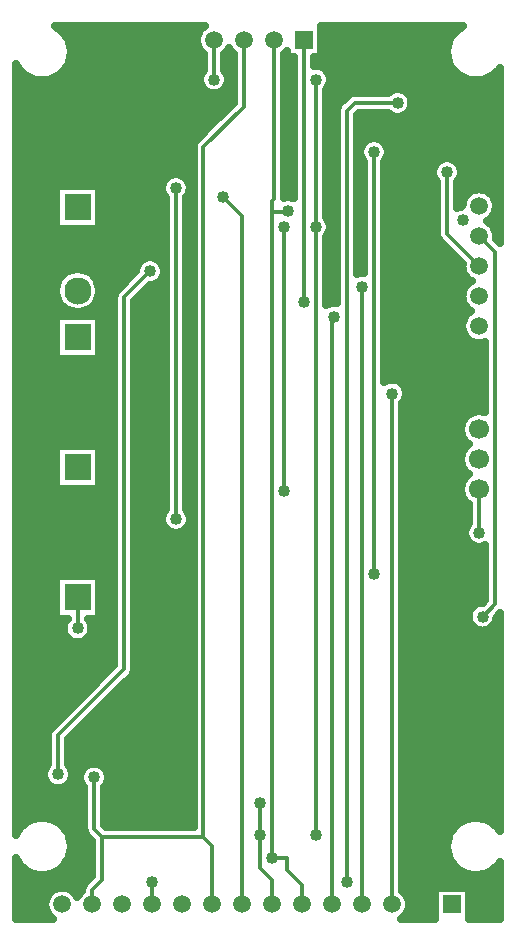
<source format=gbl>
G04 DipTrace 3.3.0.0*
G04 ESP32externalssr.gbl*
%MOIN*%
G04 #@! TF.FileFunction,Copper,L2,Bot*
G04 #@! TF.Part,Single*
G04 #@! TA.AperFunction,Conductor*
%ADD13C,0.012992*%
G04 #@! TA.AperFunction,CopperBalancing*
%ADD14C,0.025*%
G04 #@! TA.AperFunction,ComponentPad*
%ADD22R,0.090551X0.090551*%
%ADD23C,0.090551*%
%ADD24R,0.059055X0.059055*%
%ADD25C,0.059055*%
%ADD26R,0.066929X0.066929*%
%ADD27C,0.066929*%
%ADD38C,0.059055*%
G04 #@! TA.AperFunction,ViaPad*
%ADD39C,0.04*%
%FSLAX26Y26*%
G04*
G70*
G90*
G75*
G01*
G04 Bottom*
%LPD*%
X1968819Y2700276D2*
D13*
X2021776Y2647319D1*
Y1473961D1*
X1980315Y1432500D1*
X1618547Y2981516D2*
Y1573917D1*
X853071Y3131516D2*
Y2952280D1*
X777319D1*
X777315Y2952283D1*
X630236D1*
X1968819Y2900276D2*
X1915866Y2953228D1*
X1731937D1*
Y3008524D1*
X1705953Y3034508D1*
X1618547D1*
X630236Y2952283D2*
Y2887126D1*
X656220Y2861142D1*
X708622D1*
Y2309882D1*
X682638Y2283898D1*
X630236Y2231496D1*
Y2086142D1*
X2008307Y1248965D2*
X1889882Y1367390D1*
Y2077579D1*
X1968819Y2156516D1*
X1324453Y3168988D2*
Y3261469D1*
X1779055Y472756D2*
Y817720D1*
X630236Y2086142D2*
X539484Y1995390D1*
Y1743823D1*
X630236Y1653071D1*
X682638Y2283898D2*
X706606D1*
X746094Y2244409D1*
X1968819Y2156516D2*
X1705953Y2419382D1*
Y2927244D1*
X1731937Y2953228D1*
X1483508Y2431516D2*
X1479055Y2427063D1*
Y472756D1*
X1579055D2*
Y2531516D1*
X1384961Y3353858D2*
Y2481516D1*
X1679055Y472756D2*
Y2175988D1*
X1279055Y472756D2*
Y554728D1*
X1238976Y594807D1*
Y703154D1*
X1424453D2*
Y2731516D1*
X1084961Y3353858D2*
Y3221980D1*
X1238976Y703154D2*
Y810913D1*
X1424453Y2731516D2*
Y3221980D1*
X1184961Y3353858D2*
Y3132382D1*
X1049929Y2997350D1*
Y697843D1*
X1079055Y668717D1*
Y472756D1*
X1049929Y697843D2*
X711539D1*
Y554259D1*
X679055Y521774D1*
Y472756D1*
X711539Y697843D2*
X685555Y723827D1*
Y896386D1*
X1528075Y547760D2*
Y3119035D1*
X1554059Y3145020D1*
X1697524D1*
X879055Y472756D2*
Y547760D1*
X1379055Y472756D2*
Y536268D1*
X1328075Y587248D1*
Y626736D1*
X1278465D1*
Y2781516D1*
Y2817756D1*
X1284961Y2824252D1*
Y3353858D1*
X1331457Y2784508D2*
X1328465Y2781516D1*
X1278465D1*
X871807Y2583976D2*
X785587Y2497756D1*
Y1257208D1*
X565473Y1037094D1*
Y906681D1*
X1115402Y2831516D2*
X1179055Y2767862D1*
Y472756D1*
X957847Y1757007D2*
Y2860307D1*
X1968819Y1711543D2*
Y1856516D1*
X1317953Y1850709D2*
Y2731516D1*
X630236Y1497165D2*
Y1392913D1*
X1862150Y2913740D2*
Y2706945D1*
X1968819Y2600276D1*
D39*
X1980315Y1432500D3*
X1618547Y1573917D3*
Y2981516D3*
Y3034508D3*
X746094Y2244409D3*
X1324453Y3261469D3*
Y3168988D3*
X1779055Y817720D3*
X2008307Y1248965D3*
X853071Y3131516D3*
X1483508Y2431516D3*
X1579055Y2531516D3*
X1384961Y2481516D3*
X1679055Y2175988D3*
X1238976Y810913D3*
X1424453Y3221980D3*
X1084961D3*
X1238976Y703154D3*
X1424453D3*
Y2731516D3*
X685555Y896386D3*
X1697524Y3145020D3*
X1528075Y547760D3*
X879055D3*
X1278465Y626736D3*
X1331457Y2784508D3*
X871807Y2583976D3*
X1115402Y2831516D3*
X1968819Y1711543D3*
X1317953Y2731516D3*
Y1850709D3*
X630236Y1392913D3*
X1862150Y2913740D3*
X1915142Y2753283D3*
X565473Y906681D3*
X957847Y2860307D3*
Y1757007D3*
X587935Y3375396D2*
D14*
X1030734D1*
X1443486D2*
X1881979D1*
X602863Y3350528D2*
X1026536D1*
X1443486D2*
X1867051D1*
X609287Y3325659D2*
X1034071D1*
X1443486D2*
X1860628D1*
X608928Y3300790D2*
X1049466D1*
X1120457D2*
X1149475D1*
X1443486D2*
X1860987D1*
X601787Y3275921D2*
X1049466D1*
X1120457D2*
X1149475D1*
X1320439D2*
X1349458D1*
X1420449D2*
X1868128D1*
X585747Y3251052D2*
X1046164D1*
X1123758D2*
X1149475D1*
X1320439D2*
X1349458D1*
X1463223D2*
X1884168D1*
X427766Y3226184D2*
X473776D1*
X550472D2*
X1036153D1*
X1133770D2*
X1149475D1*
X1320439D2*
X1349458D1*
X1473270D2*
X1919442D1*
X1996139D2*
X2035276D1*
X427766Y3201315D2*
X1040818D1*
X1129105D2*
X1149475D1*
X1320439D2*
X1349458D1*
X1468605D2*
X2035276D1*
X427766Y3176446D2*
X1073078D1*
X1096845D2*
X1149475D1*
X1320439D2*
X1349458D1*
X1459957D2*
X1541546D1*
X1734292D2*
X2035276D1*
X427766Y3151577D2*
X1149475D1*
X1320439D2*
X1349458D1*
X1459957D2*
X1511475D1*
X1746062D2*
X2035276D1*
X427766Y3126709D2*
X1130133D1*
X1320439D2*
X1349458D1*
X1459957D2*
X1493497D1*
X1742760D2*
X2035276D1*
X427766Y3101840D2*
X1105266D1*
X1320439D2*
X1349458D1*
X1459957D2*
X1492600D1*
X1563555D2*
X1677798D1*
X1717247D2*
X2035276D1*
X427766Y3076971D2*
X1080398D1*
X1320439D2*
X1349458D1*
X1459957D2*
X1492600D1*
X1563555D2*
X2035276D1*
X427766Y3052102D2*
X1055530D1*
X1320439D2*
X1349458D1*
X1459957D2*
X1492600D1*
X1563555D2*
X2035276D1*
X427766Y3027234D2*
X1030662D1*
X1320439D2*
X1349458D1*
X1459957D2*
X1492600D1*
X1563555D2*
X1607608D1*
X1629510D2*
X2035276D1*
X427766Y3002365D2*
X1014838D1*
X1320439D2*
X1349458D1*
X1459957D2*
X1492600D1*
X1662595D2*
X2035276D1*
X427766Y2977496D2*
X1014443D1*
X1320439D2*
X1349458D1*
X1459957D2*
X1492600D1*
X1667368D2*
X2035276D1*
X427766Y2952627D2*
X1014443D1*
X1320439D2*
X1349458D1*
X1459957D2*
X1492600D1*
X1563555D2*
X1579619D1*
X1657464D2*
X1834181D1*
X1890137D2*
X2035276D1*
X427766Y2927759D2*
X1014443D1*
X1320439D2*
X1349458D1*
X1459957D2*
X1492600D1*
X1563555D2*
X1583064D1*
X1654019D2*
X1815306D1*
X1908976D2*
X2035276D1*
X427766Y2902890D2*
X936682D1*
X979001D2*
X1014443D1*
X1320439D2*
X1349458D1*
X1459957D2*
X1492600D1*
X1563555D2*
X1583064D1*
X1654019D2*
X1814445D1*
X1909873D2*
X2035276D1*
X427766Y2878021D2*
X912352D1*
X1320439D2*
X1349458D1*
X1459957D2*
X1492600D1*
X1563555D2*
X1583064D1*
X1654019D2*
X1826645D1*
X1897637D2*
X2035276D1*
X427766Y2853152D2*
X555986D1*
X704487D2*
X909410D1*
X1320439D2*
X1349458D1*
X1459957D2*
X1492600D1*
X1563555D2*
X1583064D1*
X1654019D2*
X1826645D1*
X1897637D2*
X1947826D1*
X1989823D2*
X2035276D1*
X427766Y2828283D2*
X555986D1*
X704487D2*
X921646D1*
X994037D2*
X1014443D1*
X1459957D2*
X1492600D1*
X1563555D2*
X1583064D1*
X1654019D2*
X1826645D1*
X1897637D2*
X1917791D1*
X2019822D2*
X2035276D1*
X427766Y2803415D2*
X555986D1*
X704487D2*
X922364D1*
X993319D2*
X1014443D1*
X1459957D2*
X1492600D1*
X1563555D2*
X1583064D1*
X1654019D2*
X1826645D1*
X1897637D2*
X1910419D1*
X427766Y2778546D2*
X555986D1*
X704487D2*
X922364D1*
X993319D2*
X1014443D1*
X1459957D2*
X1492600D1*
X1563555D2*
X1583064D1*
X1654019D2*
X1826645D1*
X427766Y2753677D2*
X555986D1*
X704487D2*
X922364D1*
X993319D2*
X1014443D1*
X1467816D2*
X1492600D1*
X1563555D2*
X1583064D1*
X1654019D2*
X1826645D1*
X2002418D2*
X2035276D1*
X427766Y2728808D2*
X555986D1*
X704487D2*
X922364D1*
X993319D2*
X1014443D1*
X1473378D2*
X1492600D1*
X1563555D2*
X1583064D1*
X1654019D2*
X1826645D1*
X2019535D2*
X2035276D1*
X427766Y2703940D2*
X922364D1*
X993319D2*
X1014443D1*
X1464371D2*
X1492600D1*
X1563555D2*
X1583064D1*
X1654019D2*
X1826789D1*
X427766Y2679071D2*
X922364D1*
X993319D2*
X1014443D1*
X1459957D2*
X1492600D1*
X1563555D2*
X1583064D1*
X1654019D2*
X1840856D1*
X427766Y2654202D2*
X922364D1*
X993319D2*
X1014443D1*
X1459957D2*
X1492600D1*
X1563555D2*
X1583064D1*
X1654019D2*
X1865723D1*
X427766Y2629333D2*
X859100D1*
X884518D2*
X922364D1*
X993319D2*
X1014443D1*
X1459957D2*
X1492600D1*
X1563555D2*
X1583064D1*
X1654019D2*
X1890591D1*
X427766Y2604465D2*
X827558D1*
X993319D2*
X1014443D1*
X1459957D2*
X1492600D1*
X1563555D2*
X1583064D1*
X1654019D2*
X1910471D1*
X427766Y2579596D2*
X588964D1*
X671510D2*
X818264D1*
X993319D2*
X1014443D1*
X1459957D2*
X1492600D1*
X1563555D2*
X1583064D1*
X1654019D2*
X1914239D1*
X427766Y2554727D2*
X565388D1*
X695086D2*
X793396D1*
X993319D2*
X1014443D1*
X1459957D2*
X1492600D1*
X1654019D2*
X1933724D1*
X427766Y2529858D2*
X556776D1*
X703698D2*
X768528D1*
X866827D2*
X922364D1*
X993319D2*
X1014443D1*
X1459957D2*
X1492600D1*
X1654019D2*
X1918760D1*
X427766Y2504990D2*
X557386D1*
X703088D2*
X750909D1*
X841960D2*
X922364D1*
X993319D2*
X1014443D1*
X1459957D2*
X1492600D1*
X1654019D2*
X1910507D1*
X427766Y2480121D2*
X567541D1*
X692933D2*
X750084D1*
X821075D2*
X922364D1*
X993319D2*
X1014443D1*
X1459957D2*
X1492600D1*
X1654019D2*
X1914059D1*
X427766Y2455252D2*
X595172D1*
X665302D2*
X750084D1*
X821075D2*
X922364D1*
X993319D2*
X1014443D1*
X1654019D2*
X1932970D1*
X427766Y2430383D2*
X555986D1*
X704487D2*
X750084D1*
X821075D2*
X922364D1*
X993319D2*
X1014443D1*
X1654019D2*
X1919083D1*
X427766Y2405514D2*
X555986D1*
X704487D2*
X750084D1*
X821075D2*
X922364D1*
X993319D2*
X1014443D1*
X1654019D2*
X1910543D1*
X427766Y2380646D2*
X555986D1*
X704487D2*
X750084D1*
X821075D2*
X922364D1*
X993319D2*
X1014443D1*
X1654019D2*
X1913844D1*
X427766Y2355777D2*
X555986D1*
X704487D2*
X750084D1*
X821075D2*
X922364D1*
X993319D2*
X1014443D1*
X1654019D2*
X1932289D1*
X427766Y2330908D2*
X555986D1*
X704487D2*
X750084D1*
X821075D2*
X922364D1*
X993319D2*
X1014443D1*
X1654019D2*
X1986294D1*
X427766Y2306039D2*
X555986D1*
X704487D2*
X750084D1*
X821075D2*
X922364D1*
X993319D2*
X1014443D1*
X1654019D2*
X1986294D1*
X427766Y2281171D2*
X750084D1*
X821075D2*
X922364D1*
X993319D2*
X1014443D1*
X1654019D2*
X1986294D1*
X427766Y2256302D2*
X750084D1*
X821075D2*
X922364D1*
X993319D2*
X1014443D1*
X1654019D2*
X1986294D1*
X427766Y2231433D2*
X750084D1*
X821075D2*
X922364D1*
X993319D2*
X1014443D1*
X1654019D2*
X1986294D1*
X427766Y2206564D2*
X750084D1*
X821075D2*
X922364D1*
X993319D2*
X1014443D1*
X1716565D2*
X1986294D1*
X427766Y2181696D2*
X750084D1*
X821075D2*
X922364D1*
X993319D2*
X1014443D1*
X1727689D2*
X1986294D1*
X427766Y2156827D2*
X750084D1*
X821075D2*
X922364D1*
X993319D2*
X1014443D1*
X1723921D2*
X1986294D1*
X427766Y2131958D2*
X750084D1*
X821075D2*
X922364D1*
X993319D2*
X1014443D1*
X1714555D2*
X1986294D1*
X427766Y2107089D2*
X750084D1*
X821075D2*
X922364D1*
X993319D2*
X1014443D1*
X1714555D2*
X1934119D1*
X427766Y2082220D2*
X750084D1*
X821075D2*
X922364D1*
X993319D2*
X1014443D1*
X1714555D2*
X1912158D1*
X427766Y2057352D2*
X750084D1*
X821075D2*
X922364D1*
X993319D2*
X1014443D1*
X1714555D2*
X1906380D1*
X427766Y2032483D2*
X750084D1*
X821075D2*
X922364D1*
X993319D2*
X1014443D1*
X1714555D2*
X1911404D1*
X427766Y2007614D2*
X750084D1*
X821075D2*
X922364D1*
X993319D2*
X1014443D1*
X1714555D2*
X1931643D1*
X427766Y1982745D2*
X555986D1*
X704487D2*
X750084D1*
X821075D2*
X922364D1*
X993319D2*
X1014443D1*
X1714555D2*
X1912409D1*
X427766Y1957877D2*
X555986D1*
X704487D2*
X750084D1*
X821075D2*
X922364D1*
X993319D2*
X1014443D1*
X1714555D2*
X1906380D1*
X427766Y1933008D2*
X555986D1*
X704487D2*
X750084D1*
X821075D2*
X922364D1*
X993319D2*
X1014443D1*
X1714555D2*
X1911153D1*
X427766Y1908139D2*
X555986D1*
X704487D2*
X750084D1*
X821075D2*
X922364D1*
X993319D2*
X1014443D1*
X1714555D2*
X1930889D1*
X427766Y1883270D2*
X555986D1*
X704487D2*
X750084D1*
X821075D2*
X922364D1*
X993319D2*
X1014443D1*
X1714555D2*
X1912660D1*
X427766Y1858402D2*
X750084D1*
X821075D2*
X922364D1*
X993319D2*
X1014443D1*
X1714555D2*
X1906380D1*
X427766Y1833533D2*
X750084D1*
X821075D2*
X922364D1*
X993319D2*
X1014443D1*
X1714555D2*
X1910937D1*
X427766Y1808664D2*
X750084D1*
X821075D2*
X922364D1*
X993319D2*
X1014443D1*
X1714555D2*
X1930207D1*
X427766Y1783795D2*
X750084D1*
X821075D2*
X917340D1*
X998343D2*
X1014443D1*
X1714555D2*
X1933329D1*
X427766Y1758927D2*
X750084D1*
X821075D2*
X908907D1*
X1714555D2*
X1933329D1*
X427766Y1734058D2*
X750084D1*
X821075D2*
X914900D1*
X1000783D2*
X1014443D1*
X1714555D2*
X1925650D1*
X427766Y1709189D2*
X750084D1*
X821075D2*
X1014443D1*
X1714555D2*
X1919873D1*
X427766Y1684320D2*
X750084D1*
X821075D2*
X1014443D1*
X1714555D2*
X1928628D1*
X427766Y1659451D2*
X750084D1*
X821075D2*
X1014443D1*
X1714555D2*
X1986294D1*
X427766Y1634583D2*
X750084D1*
X821075D2*
X1014443D1*
X1714555D2*
X1986294D1*
X427766Y1609714D2*
X750084D1*
X821075D2*
X1014443D1*
X1714555D2*
X1986294D1*
X427766Y1584845D2*
X750084D1*
X821075D2*
X1014443D1*
X1714555D2*
X1986294D1*
X427766Y1559976D2*
X555986D1*
X704487D2*
X750084D1*
X821075D2*
X1014443D1*
X1714555D2*
X1986294D1*
X427766Y1535108D2*
X555986D1*
X704487D2*
X750084D1*
X821075D2*
X1014443D1*
X1714555D2*
X1986294D1*
X427766Y1510239D2*
X555986D1*
X704487D2*
X750084D1*
X821075D2*
X1014443D1*
X1714555D2*
X1986294D1*
X427766Y1485370D2*
X555986D1*
X704487D2*
X750084D1*
X821075D2*
X1014443D1*
X1714555D2*
X1984034D1*
X427766Y1460501D2*
X555986D1*
X704487D2*
X750084D1*
X821075D2*
X1014443D1*
X1714555D2*
X1940685D1*
X427766Y1435633D2*
X555986D1*
X704487D2*
X750084D1*
X821075D2*
X1014443D1*
X1714555D2*
X1931427D1*
X427766Y1410764D2*
X584801D1*
X675672D2*
X750084D1*
X821075D2*
X1014443D1*
X1714555D2*
X1936702D1*
X427766Y1385895D2*
X581787D1*
X678687D2*
X750084D1*
X821075D2*
X1014443D1*
X1714555D2*
X2035276D1*
X427766Y1361026D2*
X593916D1*
X666558D2*
X750084D1*
X821075D2*
X1014443D1*
X1714555D2*
X2035276D1*
X427766Y1336157D2*
X750084D1*
X821075D2*
X1014443D1*
X1714555D2*
X2035276D1*
X427766Y1311289D2*
X750084D1*
X821075D2*
X1014443D1*
X1714555D2*
X2035276D1*
X427766Y1286420D2*
X750084D1*
X821075D2*
X1014443D1*
X1714555D2*
X2035276D1*
X427766Y1261551D2*
X740790D1*
X821075D2*
X1014443D1*
X1714555D2*
X2035276D1*
X427766Y1236682D2*
X715922D1*
X813898D2*
X1014443D1*
X1714555D2*
X2035276D1*
X427766Y1211814D2*
X691055D1*
X789353D2*
X1014443D1*
X1714555D2*
X2035276D1*
X427766Y1186945D2*
X666187D1*
X764486D2*
X1014443D1*
X1714555D2*
X2035276D1*
X427766Y1162076D2*
X641319D1*
X739618D2*
X1014443D1*
X1714555D2*
X2035276D1*
X427766Y1137207D2*
X616451D1*
X714750D2*
X1014443D1*
X1714555D2*
X2035276D1*
X427766Y1112339D2*
X591548D1*
X689882D2*
X1014443D1*
X1714555D2*
X2035276D1*
X427766Y1087470D2*
X566680D1*
X665015D2*
X1014443D1*
X1714555D2*
X2035276D1*
X427766Y1062601D2*
X541812D1*
X640147D2*
X1014443D1*
X1714555D2*
X2035276D1*
X427766Y1037732D2*
X530006D1*
X615279D2*
X1014443D1*
X1714555D2*
X2035276D1*
X427766Y1012864D2*
X529970D1*
X600961D2*
X1014443D1*
X1714555D2*
X2035276D1*
X427766Y987995D2*
X529970D1*
X600961D2*
X1014443D1*
X1714555D2*
X2035276D1*
X427766Y963126D2*
X529970D1*
X600961D2*
X1014443D1*
X1714555D2*
X2035276D1*
X427766Y938257D2*
X528858D1*
X602110D2*
X662850D1*
X708255D2*
X1014443D1*
X1714555D2*
X2035276D1*
X427766Y913388D2*
X516980D1*
X613987D2*
X639776D1*
X731329D2*
X1014443D1*
X1714555D2*
X2035276D1*
X427766Y888520D2*
X520174D1*
X610758D2*
X637228D1*
X733876D2*
X1014443D1*
X1714555D2*
X2035276D1*
X427766Y863651D2*
X545365D1*
X585567D2*
X650039D1*
X721066D2*
X1014443D1*
X1714555D2*
X2035276D1*
X427766Y838782D2*
X650075D1*
X721030D2*
X1014443D1*
X1714555D2*
X2035276D1*
X427766Y813913D2*
X650075D1*
X721030D2*
X1014443D1*
X1714555D2*
X2035276D1*
X427766Y789045D2*
X650075D1*
X721030D2*
X1014443D1*
X1714555D2*
X2035276D1*
X427766Y764176D2*
X650075D1*
X721030D2*
X1014443D1*
X1714555D2*
X2035276D1*
X427766Y739307D2*
X448190D1*
X576094D2*
X650075D1*
X721030D2*
X1014443D1*
X1714555D2*
X1893857D1*
X2021760D2*
X2035276D1*
X596978Y714438D2*
X651438D1*
X1714555D2*
X1872936D1*
X607098Y689570D2*
X670672D1*
X1714555D2*
X1862817D1*
X609932Y664701D2*
X676055D1*
X1714555D2*
X1860018D1*
X606129Y639832D2*
X676055D1*
X1714555D2*
X1863786D1*
X594825Y614963D2*
X676055D1*
X1714555D2*
X1875089D1*
X427766Y590094D2*
X452604D1*
X571644D2*
X676055D1*
X1714555D2*
X1898270D1*
X2017310D2*
X2035276D1*
X427766Y565226D2*
X673364D1*
X1714555D2*
X2035276D1*
X427766Y540357D2*
X649285D1*
X1714555D2*
X2035276D1*
X427766Y515488D2*
X540341D1*
X617791D2*
X640314D1*
X1717785D2*
X1820545D1*
X1937576D2*
X2035276D1*
X427766Y490619D2*
X523475D1*
X1734651D2*
X1820545D1*
X1937576D2*
X2035276D1*
X427766Y465751D2*
X520963D1*
X1737127D2*
X1820545D1*
X1937576D2*
X2035276D1*
X427766Y440882D2*
X530473D1*
X1727617D2*
X1820545D1*
X1937576D2*
X2035276D1*
X567655Y2868146D2*
X702004D1*
Y2724610D1*
X558469D1*
Y2868146D1*
X567655D1*
Y2435075D2*
X702004D1*
Y2291539D1*
X558469D1*
Y2435075D1*
X567655D1*
X701783Y2513582D2*
X700021Y2502459D1*
X696541Y2491748D1*
X691428Y2481714D1*
X684809Y2472603D1*
X676846Y2464640D1*
X667735Y2458021D1*
X657701Y2452908D1*
X646990Y2449428D1*
X635867Y2447666D1*
X624605D1*
X613482Y2449428D1*
X602772Y2452908D1*
X592738Y2458021D1*
X583627Y2464640D1*
X575664Y2472603D1*
X569044Y2481714D1*
X563931Y2491748D1*
X560451Y2502459D1*
X558690Y2513582D1*
Y2524843D1*
X560451Y2535966D1*
X563931Y2546677D1*
X569044Y2556711D1*
X575664Y2565822D1*
X583627Y2573785D1*
X592738Y2580405D1*
X602772Y2585517D1*
X613482Y2588997D1*
X624605Y2590759D1*
X635867D1*
X646990Y2588997D1*
X657701Y2585517D1*
X667735Y2580405D1*
X676846Y2573785D1*
X684809Y2565822D1*
X691428Y2556711D1*
X696541Y2546677D1*
X700021Y2535966D1*
X701783Y2524843D1*
Y2513582D1*
X567655Y2002004D2*
X702004D1*
Y1858468D1*
X558469D1*
Y2002004D1*
X567655D1*
X2024666Y2795880D2*
X2023291Y2787198D1*
X2020574Y2778838D1*
X2016584Y2771005D1*
X2011417Y2763894D1*
X2005201Y2757678D1*
X1998089Y2752511D1*
X1994251Y2750189D1*
X2001746Y2745596D1*
X2008431Y2739887D1*
X2014140Y2733203D1*
X2018733Y2725708D1*
X2022097Y2717587D1*
X2024149Y2709039D1*
X2024839Y2700276D1*
X2024159Y2691597D1*
X2037742Y2678005D1*
X2037766Y3262651D1*
X2030268Y3252590D1*
X2025188Y3247095D1*
X2019693Y3242015D1*
X2013816Y3237382D1*
X2007594Y3233224D1*
X2001064Y3229568D1*
X1994268Y3226435D1*
X1987247Y3223845D1*
X1980045Y3221813D1*
X1972705Y3220353D1*
X1965273Y3219474D1*
X1957795Y3219180D1*
X1950317Y3219474D1*
X1942886Y3220353D1*
X1935546Y3221813D1*
X1928343Y3223845D1*
X1921322Y3226435D1*
X1914526Y3229568D1*
X1907997Y3233224D1*
X1901774Y3237382D1*
X1895897Y3242015D1*
X1890402Y3247095D1*
X1885322Y3252590D1*
X1880689Y3258467D1*
X1876532Y3264690D1*
X1872875Y3271219D1*
X1869742Y3278015D1*
X1867152Y3285036D1*
X1865120Y3292239D1*
X1863660Y3299579D1*
X1862781Y3307010D1*
X1862487Y3314488D1*
X1862781Y3321966D1*
X1863660Y3329398D1*
X1865120Y3336737D1*
X1867152Y3343940D1*
X1869742Y3350961D1*
X1872875Y3357757D1*
X1876532Y3364287D1*
X1880689Y3370509D1*
X1885322Y3376386D1*
X1890402Y3381881D1*
X1895897Y3386961D1*
X1901774Y3391594D1*
X1907997Y3395752D1*
X1916358Y3400253D1*
X1440989Y3400265D1*
X1440980Y3297838D1*
X1417979D1*
X1417949Y3267987D1*
X1424453Y3268472D1*
X1431726Y3267900D1*
X1438820Y3266197D1*
X1445560Y3263405D1*
X1451780Y3259593D1*
X1457328Y3254855D1*
X1462066Y3249308D1*
X1465878Y3243087D1*
X1468669Y3236347D1*
X1470372Y3229253D1*
X1470945Y3221980D1*
X1470372Y3214707D1*
X1468669Y3207613D1*
X1465878Y3200873D1*
X1462066Y3194653D1*
X1457434Y3189221D1*
X1457441Y2764278D1*
X1462066Y2758843D1*
X1465878Y2752623D1*
X1468669Y2745883D1*
X1470372Y2738789D1*
X1470945Y2731516D1*
X1470372Y2724243D1*
X1468669Y2717149D1*
X1465878Y2710409D1*
X1462066Y2704188D1*
X1457434Y2698756D1*
X1457441Y2470028D1*
X1462401Y2472941D1*
X1469141Y2475732D1*
X1476235Y2477435D1*
X1483508Y2478008D1*
X1490781Y2477435D1*
X1495089Y2476518D1*
X1495188Y3121624D1*
X1495998Y3126736D1*
X1497598Y3131660D1*
X1499948Y3136272D1*
X1502990Y3140460D1*
X1530733Y3168346D1*
X1534669Y3171708D1*
X1539083Y3174412D1*
X1543865Y3176393D1*
X1548899Y3177602D1*
X1554059Y3178008D1*
X1664762D1*
X1670196Y3182633D1*
X1676417Y3186444D1*
X1683157Y3189236D1*
X1690251Y3190939D1*
X1697524Y3191512D1*
X1704797Y3190939D1*
X1711890Y3189236D1*
X1718631Y3186444D1*
X1724851Y3182633D1*
X1730399Y3177895D1*
X1735137Y3172347D1*
X1738948Y3166127D1*
X1741740Y3159387D1*
X1743443Y3152293D1*
X1744016Y3145020D1*
X1743443Y3137747D1*
X1741740Y3130653D1*
X1738948Y3123913D1*
X1735137Y3117692D1*
X1730399Y3112145D1*
X1724851Y3107407D1*
X1718631Y3103595D1*
X1711890Y3100803D1*
X1704797Y3099100D1*
X1697524Y3098528D1*
X1690251Y3099100D1*
X1683157Y3100803D1*
X1676417Y3103595D1*
X1670196Y3107407D1*
X1664764Y3112038D1*
X1567731Y3112031D1*
X1561070Y3105378D1*
X1561263Y2574469D1*
X1568202Y2576723D1*
X1575407Y2577865D1*
X1582703D1*
X1585549Y2577528D1*
X1585559Y2948748D1*
X1580934Y2954188D1*
X1577122Y2960409D1*
X1574331Y2967149D1*
X1572628Y2974243D1*
X1572055Y2981516D1*
X1572628Y2988789D1*
X1574331Y2995883D1*
X1577122Y3002623D1*
X1580934Y3008843D1*
X1585672Y3014391D1*
X1591220Y3019129D1*
X1597440Y3022941D1*
X1604180Y3025732D1*
X1611274Y3027435D1*
X1618547Y3028008D1*
X1625820Y3027435D1*
X1632914Y3025732D1*
X1639654Y3022941D1*
X1645875Y3019129D1*
X1651422Y3014391D1*
X1656160Y3008843D1*
X1659972Y3002623D1*
X1662764Y2995883D1*
X1664467Y2988789D1*
X1665039Y2981516D1*
X1664467Y2974243D1*
X1662764Y2967149D1*
X1659972Y2960409D1*
X1656160Y2954188D1*
X1651529Y2948756D1*
X1651728Y2213601D1*
X1657948Y2217413D1*
X1664688Y2220205D1*
X1671782Y2221908D1*
X1679055Y2222480D1*
X1686328Y2221908D1*
X1693422Y2220205D1*
X1700162Y2217413D1*
X1706383Y2213601D1*
X1711930Y2208863D1*
X1716668Y2203316D1*
X1720480Y2197095D1*
X1723272Y2190355D1*
X1724975Y2183261D1*
X1725547Y2175988D1*
X1724975Y2168715D1*
X1723272Y2161621D1*
X1720480Y2154881D1*
X1716668Y2148661D1*
X1712036Y2143228D1*
X1712043Y518031D1*
X1718667Y512368D1*
X1724376Y505683D1*
X1728969Y498188D1*
X1732333Y490067D1*
X1734385Y481519D1*
X1735075Y472756D1*
X1734385Y463992D1*
X1732333Y455445D1*
X1728969Y447324D1*
X1724376Y439828D1*
X1718667Y433144D1*
X1711983Y427435D1*
X1708740Y425268D1*
X1823051Y425265D1*
X1823036Y528776D1*
X1935075D1*
Y425250D1*
X2037782Y425265D1*
X2037766Y614614D1*
X2030268Y604559D1*
X2025188Y599063D1*
X2019693Y593984D1*
X2013816Y589351D1*
X2007594Y585193D1*
X2001064Y581536D1*
X1994268Y578403D1*
X1987247Y575813D1*
X1980045Y573782D1*
X1972705Y572322D1*
X1965273Y571442D1*
X1957795Y571148D1*
X1950317Y571442D1*
X1942886Y572322D1*
X1935546Y573782D1*
X1928343Y575813D1*
X1921322Y578403D1*
X1914526Y581536D1*
X1907997Y585193D1*
X1901774Y589351D1*
X1895897Y593984D1*
X1890402Y599063D1*
X1885322Y604559D1*
X1880689Y610436D1*
X1876532Y616658D1*
X1872875Y623188D1*
X1869742Y629984D1*
X1867152Y637005D1*
X1865120Y644207D1*
X1863660Y651547D1*
X1862781Y658979D1*
X1862487Y666457D1*
X1862781Y673935D1*
X1863660Y681366D1*
X1865120Y688706D1*
X1867152Y695909D1*
X1869742Y702930D1*
X1872875Y709726D1*
X1876532Y716255D1*
X1880689Y722478D1*
X1885322Y728355D1*
X1890402Y733850D1*
X1895897Y738930D1*
X1901774Y743563D1*
X1907997Y747720D1*
X1914526Y751377D1*
X1921322Y754510D1*
X1928343Y757100D1*
X1935546Y759132D1*
X1942886Y760592D1*
X1950317Y761471D1*
X1957795Y761765D1*
X1965273Y761471D1*
X1972705Y760592D1*
X1980045Y759132D1*
X1987247Y757100D1*
X1994268Y754510D1*
X2001064Y751377D1*
X2007594Y747720D1*
X2013816Y743563D1*
X2019693Y738930D1*
X2025188Y733850D1*
X2030268Y728355D1*
X2034901Y722478D1*
X2037776Y718175D1*
X2037766Y1443323D1*
X2026807Y1432340D1*
X2026235Y1425227D1*
X2024532Y1418133D1*
X2021740Y1411393D1*
X2017928Y1405173D1*
X2013190Y1399625D1*
X2007642Y1394887D1*
X2001422Y1391075D1*
X1994682Y1388283D1*
X1987588Y1386580D1*
X1980315Y1386008D1*
X1973042Y1386580D1*
X1965948Y1388283D1*
X1959208Y1391075D1*
X1952988Y1394887D1*
X1947440Y1399625D1*
X1942702Y1405173D1*
X1938890Y1411393D1*
X1936098Y1418133D1*
X1934395Y1425227D1*
X1933823Y1432500D1*
X1934395Y1439773D1*
X1936098Y1446867D1*
X1938890Y1453607D1*
X1942702Y1459827D1*
X1947440Y1465375D1*
X1952988Y1470113D1*
X1959208Y1473925D1*
X1965948Y1476717D1*
X1973042Y1478420D1*
X1980158Y1478986D1*
X1988782Y1487620D1*
X1988787Y1669565D1*
X1983186Y1667327D1*
X1976092Y1665624D1*
X1968819Y1665051D1*
X1961546Y1665624D1*
X1954452Y1667327D1*
X1947712Y1670119D1*
X1941492Y1673930D1*
X1935944Y1678668D1*
X1931206Y1684216D1*
X1927394Y1690436D1*
X1924602Y1697176D1*
X1922899Y1704270D1*
X1922327Y1711543D1*
X1922899Y1718816D1*
X1924602Y1725910D1*
X1927394Y1732650D1*
X1931206Y1738871D1*
X1935838Y1744303D1*
X1935831Y1806457D1*
X1929880Y1810924D1*
X1923227Y1817577D1*
X1917697Y1825188D1*
X1913426Y1833571D1*
X1910519Y1842519D1*
X1909047Y1851812D1*
Y1861220D1*
X1910519Y1870512D1*
X1913426Y1879460D1*
X1917697Y1887843D1*
X1923227Y1895455D1*
X1929880Y1902107D1*
X1935764Y1906483D1*
X1929880Y1910924D1*
X1923227Y1917577D1*
X1917697Y1925188D1*
X1913426Y1933571D1*
X1910519Y1942519D1*
X1909047Y1951812D1*
Y1961220D1*
X1910519Y1970512D1*
X1913426Y1979460D1*
X1917697Y1987843D1*
X1923227Y1995455D1*
X1929880Y2002107D1*
X1935764Y2006483D1*
X1929880Y2010924D1*
X1923227Y2017577D1*
X1917697Y2025188D1*
X1913426Y2033571D1*
X1910519Y2042519D1*
X1909047Y2051812D1*
Y2061220D1*
X1910519Y2070512D1*
X1913426Y2079460D1*
X1917697Y2087843D1*
X1923227Y2095455D1*
X1929880Y2102107D1*
X1937492Y2107637D1*
X1945874Y2111909D1*
X1954822Y2114816D1*
X1964115Y2116288D1*
X1973523D1*
X1982816Y2114816D1*
X1988779Y2113010D1*
X1988787Y2347920D1*
X1981896Y2345804D1*
X1973214Y2344429D1*
X1964424D1*
X1955741Y2345804D1*
X1947381Y2348520D1*
X1939549Y2352511D1*
X1932437Y2357678D1*
X1926221Y2363894D1*
X1921054Y2371005D1*
X1917063Y2378838D1*
X1914347Y2387198D1*
X1912972Y2395880D1*
Y2404671D1*
X1914347Y2413353D1*
X1917063Y2421713D1*
X1921054Y2429546D1*
X1926221Y2436657D1*
X1932437Y2442873D1*
X1939549Y2448040D1*
X1943386Y2450362D1*
X1935891Y2454955D1*
X1929207Y2460664D1*
X1923498Y2467348D1*
X1918905Y2474843D1*
X1915541Y2482965D1*
X1913489Y2491512D1*
X1912799Y2500276D1*
X1913489Y2509039D1*
X1915541Y2517587D1*
X1918905Y2525708D1*
X1923498Y2533203D1*
X1929207Y2539887D1*
X1935891Y2545596D1*
X1943558Y2550269D1*
X1935891Y2554955D1*
X1929207Y2560664D1*
X1923498Y2567348D1*
X1918905Y2574843D1*
X1915541Y2582965D1*
X1913489Y2591512D1*
X1912799Y2600276D1*
X1913479Y2608954D1*
X1837065Y2685521D1*
X1834022Y2689709D1*
X1831672Y2694321D1*
X1830073Y2699244D1*
X1829263Y2704357D1*
X1829161Y2771249D1*
Y2880947D1*
X1824537Y2886413D1*
X1820725Y2892633D1*
X1817933Y2899373D1*
X1816230Y2906467D1*
X1815657Y2913740D1*
X1816230Y2921013D1*
X1817933Y2928107D1*
X1820725Y2934847D1*
X1824537Y2941068D1*
X1829275Y2946615D1*
X1834822Y2951353D1*
X1841043Y2955165D1*
X1847783Y2957957D1*
X1854877Y2959660D1*
X1862150Y2960232D1*
X1869423Y2959660D1*
X1876516Y2957957D1*
X1883257Y2955165D1*
X1889477Y2951353D1*
X1895025Y2946615D1*
X1899763Y2941068D1*
X1903574Y2934847D1*
X1906366Y2928107D1*
X1908069Y2921013D1*
X1908642Y2913740D1*
X1908069Y2906467D1*
X1906366Y2899373D1*
X1903574Y2892633D1*
X1899763Y2886413D1*
X1895131Y2880980D1*
X1895138Y2795286D1*
X1900775Y2797500D1*
X1907869Y2799203D1*
X1912791Y2799683D1*
X1913489Y2809039D1*
X1915541Y2817587D1*
X1918905Y2825708D1*
X1923498Y2833203D1*
X1929207Y2839887D1*
X1935891Y2845596D1*
X1943386Y2850189D1*
X1951508Y2853553D1*
X1960055Y2855606D1*
X1968819Y2856295D1*
X1977582Y2855606D1*
X1986130Y2853553D1*
X1994251Y2850189D1*
X2001746Y2845596D1*
X2008431Y2839887D1*
X2014140Y2833203D1*
X2018733Y2825708D1*
X2022097Y2817587D1*
X2024149Y2809039D1*
X2024839Y2800276D1*
X2024666Y2795880D1*
X567655Y1568933D2*
X702004D1*
Y1425398D1*
X663500D1*
X667849Y1420241D1*
X671661Y1414020D1*
X674453Y1407280D1*
X676156Y1400186D1*
X676728Y1392913D1*
X676156Y1385640D1*
X674453Y1378547D1*
X671661Y1371806D1*
X667849Y1365586D1*
X663111Y1360038D1*
X657564Y1355300D1*
X651343Y1351489D1*
X644603Y1348697D1*
X637509Y1346994D1*
X630236Y1346421D1*
X622963Y1346994D1*
X615869Y1348697D1*
X609129Y1351489D1*
X602909Y1355300D1*
X597361Y1360038D1*
X592623Y1365586D1*
X588811Y1371806D1*
X586020Y1378547D1*
X584316Y1385640D1*
X583744Y1392913D1*
X584316Y1400186D1*
X586020Y1407280D1*
X588811Y1414020D1*
X592623Y1420241D1*
X597003Y1425401D1*
X558469Y1425398D1*
Y1568933D1*
X567655D1*
X629062Y498017D2*
X633734Y505683D1*
X639443Y512368D1*
X646060Y518024D1*
X646169Y524363D1*
X646978Y529475D1*
X648578Y534398D1*
X650928Y539011D1*
X653971Y543198D1*
X678540Y567912D1*
X678551Y684195D1*
X660471Y702403D1*
X657428Y706590D1*
X655078Y711203D1*
X653478Y716126D1*
X652669Y721239D1*
X652567Y788131D1*
Y863596D1*
X647942Y869058D1*
X644130Y875279D1*
X641338Y882019D1*
X639635Y889113D1*
X639063Y896386D1*
X639635Y903659D1*
X641338Y910753D1*
X644130Y917493D1*
X647942Y923713D1*
X652680Y929261D1*
X658228Y933999D1*
X664448Y937811D1*
X671188Y940602D1*
X678282Y942306D1*
X685555Y942878D1*
X692828Y942306D1*
X699922Y940602D1*
X706662Y937811D1*
X712883Y933999D1*
X718430Y929261D1*
X723168Y923713D1*
X726980Y917493D1*
X729772Y910753D1*
X731475Y903659D1*
X732047Y896386D1*
X731475Y889113D1*
X729772Y882019D1*
X726980Y875279D1*
X723168Y869058D1*
X718536Y863626D1*
X718543Y737527D1*
X725197Y730838D1*
X1016950Y730831D1*
X1017043Y2999939D1*
X1017852Y3005051D1*
X1019452Y3009974D1*
X1021802Y3014587D1*
X1024845Y3018775D1*
X1072073Y3066147D1*
X1151976Y3146049D1*
X1151972Y3308609D1*
X1145349Y3314246D1*
X1139640Y3320931D1*
X1134968Y3328598D1*
X1130282Y3320931D1*
X1124573Y3314246D1*
X1117956Y3308591D1*
X1117949Y3254710D1*
X1122574Y3249308D1*
X1126385Y3243087D1*
X1129177Y3236347D1*
X1130880Y3229253D1*
X1131453Y3221980D1*
X1130880Y3214707D1*
X1129177Y3207613D1*
X1126385Y3200873D1*
X1122574Y3194653D1*
X1117836Y3189105D1*
X1112288Y3184367D1*
X1106068Y3180556D1*
X1099327Y3177764D1*
X1092234Y3176061D1*
X1084961Y3175488D1*
X1077688Y3176061D1*
X1070594Y3177764D1*
X1063854Y3180556D1*
X1057633Y3184367D1*
X1052086Y3189105D1*
X1047348Y3194653D1*
X1043536Y3200873D1*
X1040744Y3207613D1*
X1039041Y3214707D1*
X1038469Y3221980D1*
X1039041Y3229253D1*
X1040744Y3236347D1*
X1043536Y3243087D1*
X1047348Y3249308D1*
X1051979Y3254740D1*
X1051972Y3308569D1*
X1045349Y3314246D1*
X1039640Y3320931D1*
X1035047Y3328426D1*
X1031683Y3336547D1*
X1029631Y3345095D1*
X1028941Y3353858D1*
X1029631Y3362622D1*
X1031683Y3371169D1*
X1035047Y3379291D1*
X1039640Y3386786D1*
X1045349Y3393470D1*
X1052033Y3399179D1*
X1053647Y3400258D1*
X553645Y3400265D1*
X561924Y3395752D1*
X568147Y3391594D1*
X574024Y3386961D1*
X579519Y3381881D1*
X584599Y3376386D1*
X589232Y3370509D1*
X593390Y3364287D1*
X597046Y3357757D1*
X600179Y3350961D1*
X602770Y3343940D1*
X604801Y3336737D1*
X606261Y3329398D1*
X607141Y3321966D1*
X607434Y3314488D1*
X607141Y3307010D1*
X606261Y3299579D1*
X604801Y3292239D1*
X602770Y3285036D1*
X600179Y3278015D1*
X597046Y3271219D1*
X593390Y3264690D1*
X589232Y3258467D1*
X584599Y3252590D1*
X579519Y3247095D1*
X574024Y3242015D1*
X568147Y3237382D1*
X561924Y3233224D1*
X555395Y3229568D1*
X548599Y3226435D1*
X541578Y3223845D1*
X534375Y3221813D1*
X527036Y3220353D1*
X519604Y3219474D1*
X512126Y3219180D1*
X504648Y3219474D1*
X497216Y3220353D1*
X489877Y3221813D1*
X482674Y3223845D1*
X475653Y3226435D1*
X468857Y3229568D1*
X462327Y3233224D1*
X456105Y3237382D1*
X450228Y3242015D1*
X444733Y3247095D1*
X439653Y3252590D1*
X435020Y3258467D1*
X430862Y3264690D1*
X425260Y3275440D1*
X425266Y705698D1*
X430862Y716255D1*
X435020Y722478D1*
X439653Y728355D1*
X444733Y733850D1*
X450228Y738930D1*
X456105Y743563D1*
X462327Y747720D1*
X468857Y751377D1*
X475653Y754510D1*
X482674Y757100D1*
X489877Y759132D1*
X497216Y760592D1*
X504648Y761471D1*
X512126Y761765D1*
X519604Y761471D1*
X527036Y760592D1*
X534375Y759132D1*
X541578Y757100D1*
X548599Y754510D1*
X555395Y751377D1*
X561924Y747720D1*
X568147Y743563D1*
X574024Y738930D1*
X579519Y733850D1*
X584599Y728355D1*
X589232Y722478D1*
X593390Y716255D1*
X597046Y709726D1*
X600179Y702930D1*
X602770Y695909D1*
X604801Y688706D1*
X606261Y681366D1*
X607141Y673935D1*
X607434Y666457D1*
X607141Y658979D1*
X606261Y651547D1*
X604801Y644207D1*
X602770Y637005D1*
X600179Y629984D1*
X597046Y623188D1*
X593390Y616658D1*
X589232Y610436D1*
X584599Y604559D1*
X579519Y599063D1*
X574024Y593984D1*
X568147Y589351D1*
X561924Y585193D1*
X555395Y581536D1*
X548599Y578403D1*
X541578Y575813D1*
X534375Y573782D1*
X527036Y572322D1*
X519604Y571442D1*
X512126Y571148D1*
X504648Y571442D1*
X497216Y572322D1*
X489877Y573782D1*
X482674Y575813D1*
X475653Y578403D1*
X468857Y581536D1*
X462327Y585193D1*
X456105Y589351D1*
X450228Y593984D1*
X444733Y599063D1*
X439653Y604559D1*
X435020Y610436D1*
X430862Y616658D1*
X425260Y627409D1*
X425266Y425299D1*
X549378Y425265D1*
X542673Y430158D1*
X536457Y436374D1*
X531290Y443486D1*
X527300Y451318D1*
X524583Y459678D1*
X523208Y468361D1*
Y477151D1*
X524583Y485833D1*
X527300Y494194D1*
X531290Y502026D1*
X536457Y509138D1*
X542673Y515354D1*
X549785Y520521D1*
X557617Y524511D1*
X565978Y527228D1*
X574660Y528603D1*
X583450D1*
X592133Y527228D1*
X600493Y524511D1*
X608325Y520521D1*
X615437Y515354D1*
X621653Y509138D1*
X626820Y502026D1*
X629048Y498017D1*
X1351952Y3297838D2*
X1328941D1*
Y3319190D1*
X1324573Y3314246D1*
X1317956Y3308591D1*
X1317949Y2828997D1*
X1324184Y2830428D1*
X1331457Y2831000D1*
X1338730Y2830428D1*
X1345824Y2828725D1*
X1351981Y2826201D1*
X1351972Y3297845D1*
X918156Y2580329D2*
X917015Y2573123D1*
X914760Y2566185D1*
X911448Y2559684D1*
X907160Y2553782D1*
X902001Y2548623D1*
X896099Y2544335D1*
X889599Y2541023D1*
X882660Y2538769D1*
X875455Y2537628D1*
X871964Y2537490D1*
X818580Y2484097D1*
X818473Y1254620D1*
X817664Y1249507D1*
X816064Y1244584D1*
X813714Y1239972D1*
X810671Y1235784D1*
X763443Y1188412D1*
X598436Y1023405D1*
X598461Y939454D1*
X603086Y934009D1*
X606898Y927788D1*
X609689Y921048D1*
X611393Y913954D1*
X611965Y906681D1*
X611393Y899408D1*
X609689Y892315D1*
X606898Y885574D1*
X603086Y879354D1*
X598348Y873807D1*
X592800Y869068D1*
X586580Y865257D1*
X579840Y862465D1*
X572746Y860762D1*
X565473Y860189D1*
X558200Y860762D1*
X551106Y862465D1*
X544366Y865257D1*
X538145Y869068D1*
X532598Y873807D1*
X527860Y879354D1*
X524048Y885574D1*
X521256Y892315D1*
X519553Y899408D1*
X518981Y906681D1*
X519553Y913954D1*
X521256Y921048D1*
X524048Y927788D1*
X527860Y934009D1*
X532491Y939441D1*
X532586Y1039683D1*
X533396Y1044795D1*
X534996Y1049718D1*
X537346Y1054331D1*
X540388Y1058519D1*
X587617Y1105891D1*
X752624Y1270898D1*
X752700Y2500344D1*
X753510Y2505457D1*
X755110Y2510380D1*
X757460Y2514992D1*
X760502Y2519180D1*
X807731Y2566552D1*
X825315Y2584137D1*
X825887Y2591249D1*
X827590Y2598343D1*
X830382Y2605083D1*
X834194Y2611304D1*
X838932Y2616851D1*
X844480Y2621589D1*
X850700Y2625401D1*
X857440Y2628193D1*
X864534Y2629896D1*
X871807Y2630469D1*
X879080Y2629896D1*
X886174Y2628193D1*
X892914Y2625401D1*
X899134Y2621589D1*
X904682Y2616851D1*
X909420Y2611304D1*
X913232Y2605083D1*
X916024Y2598343D1*
X917727Y2591249D1*
X918299Y2583976D1*
X918156Y2580329D1*
X1004196Y2856660D2*
X1003054Y2849454D1*
X1000800Y2842516D1*
X997488Y2836015D1*
X993200Y2830113D1*
X990828Y2827548D1*
X990835Y1789774D1*
X995460Y1784335D1*
X999272Y1778114D1*
X1002063Y1771374D1*
X1003767Y1764280D1*
X1004339Y1757007D1*
X1003767Y1749734D1*
X1002063Y1742641D1*
X999272Y1735900D1*
X995460Y1729680D1*
X990722Y1724133D1*
X985174Y1719394D1*
X978954Y1715583D1*
X972214Y1712791D1*
X965120Y1711088D1*
X957847Y1710515D1*
X950574Y1711088D1*
X943480Y1712791D1*
X936740Y1715583D1*
X930519Y1719394D1*
X924972Y1724133D1*
X920234Y1729680D1*
X916422Y1735900D1*
X913630Y1742641D1*
X911927Y1749734D1*
X911355Y1757007D1*
X911927Y1764280D1*
X913630Y1771374D1*
X916422Y1778114D1*
X920234Y1784335D1*
X924865Y1789767D1*
X924859Y2827540D1*
X920234Y2832980D1*
X916422Y2839200D1*
X913630Y2845941D1*
X911927Y2853034D1*
X911355Y2860307D1*
X911927Y2867580D1*
X913630Y2874674D1*
X916422Y2881414D1*
X920234Y2887635D1*
X924972Y2893182D1*
X930519Y2897920D1*
X936740Y2901732D1*
X943480Y2904524D1*
X950574Y2906227D1*
X957847Y2906800D1*
X965120Y2906227D1*
X972214Y2904524D1*
X978954Y2901732D1*
X985174Y2897920D1*
X990722Y2893182D1*
X995460Y2887635D1*
X999272Y2881414D1*
X1002063Y2874674D1*
X1003767Y2867580D1*
X1004339Y2860307D1*
X1004196Y2856660D1*
D22*
X630236Y2796378D3*
D23*
Y2952283D3*
D22*
Y2363307D3*
D23*
Y2519213D3*
D22*
Y1930236D3*
D23*
Y2086142D3*
D24*
X1968819Y2900276D3*
D25*
Y2800276D3*
Y2700276D3*
Y2600276D3*
Y2500276D3*
Y2400276D3*
D26*
Y2156516D3*
D27*
Y2056516D3*
Y1956516D3*
Y1856516D3*
D22*
X630236Y1497165D3*
D23*
Y1653071D3*
D24*
X1879055Y472756D3*
D38*
X1779055D3*
X1679055D3*
X1579055D3*
X1479055D3*
X1379055D3*
X1279055D3*
X1179055D3*
X1079055D3*
X979055D3*
X879055D3*
X779055D3*
X679055D3*
X579055D3*
D24*
X1384961Y3353858D3*
D38*
X1284961D3*
X1184961D3*
X1084961D3*
M02*

</source>
